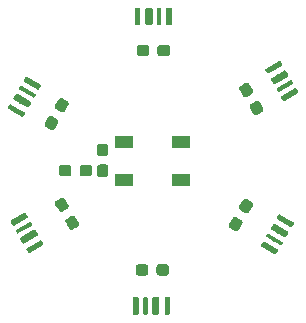
<source format=gbr>
G04 #@! TF.GenerationSoftware,KiCad,Pcbnew,(5.1.4-0-10_14)*
G04 #@! TF.CreationDate,2019-11-19T00:31:21+08:00*
G04 #@! TF.ProjectId,z2m_partner,7a326d5f-7061-4727-946e-65722e6b6963,rev?*
G04 #@! TF.SameCoordinates,Original*
G04 #@! TF.FileFunction,Paste,Bot*
G04 #@! TF.FilePolarity,Positive*
%FSLAX46Y46*%
G04 Gerber Fmt 4.6, Leading zero omitted, Abs format (unit mm)*
G04 Created by KiCad (PCBNEW (5.1.4-0-10_14)) date 2019-11-19 00:31:21*
%MOMM*%
%LPD*%
G04 APERTURE LIST*
%ADD10C,0.100000*%
%ADD11C,0.950000*%
%ADD12R,1.500000X1.000000*%
%ADD13C,0.500000*%
%ADD14C,0.350000*%
%ADD15C,0.600000*%
%ADD16C,0.450000*%
G04 APERTURE END LIST*
D10*
G36*
X179210779Y-103196144D02*
G01*
X179233834Y-103199563D01*
X179256443Y-103205227D01*
X179278387Y-103213079D01*
X179299457Y-103223044D01*
X179319448Y-103235026D01*
X179338168Y-103248910D01*
X179355438Y-103264562D01*
X179371090Y-103281832D01*
X179384974Y-103300552D01*
X179396956Y-103320543D01*
X179406921Y-103341613D01*
X179414773Y-103363557D01*
X179420437Y-103386166D01*
X179423856Y-103409221D01*
X179425000Y-103432500D01*
X179425000Y-103907500D01*
X179423856Y-103930779D01*
X179420437Y-103953834D01*
X179414773Y-103976443D01*
X179406921Y-103998387D01*
X179396956Y-104019457D01*
X179384974Y-104039448D01*
X179371090Y-104058168D01*
X179355438Y-104075438D01*
X179338168Y-104091090D01*
X179319448Y-104104974D01*
X179299457Y-104116956D01*
X179278387Y-104126921D01*
X179256443Y-104134773D01*
X179233834Y-104140437D01*
X179210779Y-104143856D01*
X179187500Y-104145000D01*
X178612500Y-104145000D01*
X178589221Y-104143856D01*
X178566166Y-104140437D01*
X178543557Y-104134773D01*
X178521613Y-104126921D01*
X178500543Y-104116956D01*
X178480552Y-104104974D01*
X178461832Y-104091090D01*
X178444562Y-104075438D01*
X178428910Y-104058168D01*
X178415026Y-104039448D01*
X178403044Y-104019457D01*
X178393079Y-103998387D01*
X178385227Y-103976443D01*
X178379563Y-103953834D01*
X178376144Y-103930779D01*
X178375000Y-103907500D01*
X178375000Y-103432500D01*
X178376144Y-103409221D01*
X178379563Y-103386166D01*
X178385227Y-103363557D01*
X178393079Y-103341613D01*
X178403044Y-103320543D01*
X178415026Y-103300552D01*
X178428910Y-103281832D01*
X178444562Y-103264562D01*
X178461832Y-103248910D01*
X178480552Y-103235026D01*
X178500543Y-103223044D01*
X178521613Y-103213079D01*
X178543557Y-103205227D01*
X178566166Y-103199563D01*
X178589221Y-103196144D01*
X178612500Y-103195000D01*
X179187500Y-103195000D01*
X179210779Y-103196144D01*
X179210779Y-103196144D01*
G37*
D11*
X178900000Y-103670000D03*
D10*
G36*
X177460779Y-103196144D02*
G01*
X177483834Y-103199563D01*
X177506443Y-103205227D01*
X177528387Y-103213079D01*
X177549457Y-103223044D01*
X177569448Y-103235026D01*
X177588168Y-103248910D01*
X177605438Y-103264562D01*
X177621090Y-103281832D01*
X177634974Y-103300552D01*
X177646956Y-103320543D01*
X177656921Y-103341613D01*
X177664773Y-103363557D01*
X177670437Y-103386166D01*
X177673856Y-103409221D01*
X177675000Y-103432500D01*
X177675000Y-103907500D01*
X177673856Y-103930779D01*
X177670437Y-103953834D01*
X177664773Y-103976443D01*
X177656921Y-103998387D01*
X177646956Y-104019457D01*
X177634974Y-104039448D01*
X177621090Y-104058168D01*
X177605438Y-104075438D01*
X177588168Y-104091090D01*
X177569448Y-104104974D01*
X177549457Y-104116956D01*
X177528387Y-104126921D01*
X177506443Y-104134773D01*
X177483834Y-104140437D01*
X177460779Y-104143856D01*
X177437500Y-104145000D01*
X176862500Y-104145000D01*
X176839221Y-104143856D01*
X176816166Y-104140437D01*
X176793557Y-104134773D01*
X176771613Y-104126921D01*
X176750543Y-104116956D01*
X176730552Y-104104974D01*
X176711832Y-104091090D01*
X176694562Y-104075438D01*
X176678910Y-104058168D01*
X176665026Y-104039448D01*
X176653044Y-104019457D01*
X176643079Y-103998387D01*
X176635227Y-103976443D01*
X176629563Y-103953834D01*
X176626144Y-103930779D01*
X176625000Y-103907500D01*
X176625000Y-103432500D01*
X176626144Y-103409221D01*
X176629563Y-103386166D01*
X176635227Y-103363557D01*
X176643079Y-103341613D01*
X176653044Y-103320543D01*
X176665026Y-103300552D01*
X176678910Y-103281832D01*
X176694562Y-103264562D01*
X176711832Y-103248910D01*
X176730552Y-103235026D01*
X176750543Y-103223044D01*
X176771613Y-103213079D01*
X176793557Y-103205227D01*
X176816166Y-103199563D01*
X176839221Y-103196144D01*
X176862500Y-103195000D01*
X177437500Y-103195000D01*
X177460779Y-103196144D01*
X177460779Y-103196144D01*
G37*
D11*
X177150000Y-103670000D03*
D12*
X182100000Y-104470000D03*
X182100000Y-101270000D03*
X187000000Y-104470000D03*
X187000000Y-101270000D03*
D10*
G36*
X180580779Y-101401144D02*
G01*
X180603834Y-101404563D01*
X180626443Y-101410227D01*
X180648387Y-101418079D01*
X180669457Y-101428044D01*
X180689448Y-101440026D01*
X180708168Y-101453910D01*
X180725438Y-101469562D01*
X180741090Y-101486832D01*
X180754974Y-101505552D01*
X180766956Y-101525543D01*
X180776921Y-101546613D01*
X180784773Y-101568557D01*
X180790437Y-101591166D01*
X180793856Y-101614221D01*
X180795000Y-101637500D01*
X180795000Y-102212500D01*
X180793856Y-102235779D01*
X180790437Y-102258834D01*
X180784773Y-102281443D01*
X180776921Y-102303387D01*
X180766956Y-102324457D01*
X180754974Y-102344448D01*
X180741090Y-102363168D01*
X180725438Y-102380438D01*
X180708168Y-102396090D01*
X180689448Y-102409974D01*
X180669457Y-102421956D01*
X180648387Y-102431921D01*
X180626443Y-102439773D01*
X180603834Y-102445437D01*
X180580779Y-102448856D01*
X180557500Y-102450000D01*
X180082500Y-102450000D01*
X180059221Y-102448856D01*
X180036166Y-102445437D01*
X180013557Y-102439773D01*
X179991613Y-102431921D01*
X179970543Y-102421956D01*
X179950552Y-102409974D01*
X179931832Y-102396090D01*
X179914562Y-102380438D01*
X179898910Y-102363168D01*
X179885026Y-102344448D01*
X179873044Y-102324457D01*
X179863079Y-102303387D01*
X179855227Y-102281443D01*
X179849563Y-102258834D01*
X179846144Y-102235779D01*
X179845000Y-102212500D01*
X179845000Y-101637500D01*
X179846144Y-101614221D01*
X179849563Y-101591166D01*
X179855227Y-101568557D01*
X179863079Y-101546613D01*
X179873044Y-101525543D01*
X179885026Y-101505552D01*
X179898910Y-101486832D01*
X179914562Y-101469562D01*
X179931832Y-101453910D01*
X179950552Y-101440026D01*
X179970543Y-101428044D01*
X179991613Y-101418079D01*
X180013557Y-101410227D01*
X180036166Y-101404563D01*
X180059221Y-101401144D01*
X180082500Y-101400000D01*
X180557500Y-101400000D01*
X180580779Y-101401144D01*
X180580779Y-101401144D01*
G37*
D11*
X180320000Y-101925000D03*
D10*
G36*
X180580779Y-103151144D02*
G01*
X180603834Y-103154563D01*
X180626443Y-103160227D01*
X180648387Y-103168079D01*
X180669457Y-103178044D01*
X180689448Y-103190026D01*
X180708168Y-103203910D01*
X180725438Y-103219562D01*
X180741090Y-103236832D01*
X180754974Y-103255552D01*
X180766956Y-103275543D01*
X180776921Y-103296613D01*
X180784773Y-103318557D01*
X180790437Y-103341166D01*
X180793856Y-103364221D01*
X180795000Y-103387500D01*
X180795000Y-103962500D01*
X180793856Y-103985779D01*
X180790437Y-104008834D01*
X180784773Y-104031443D01*
X180776921Y-104053387D01*
X180766956Y-104074457D01*
X180754974Y-104094448D01*
X180741090Y-104113168D01*
X180725438Y-104130438D01*
X180708168Y-104146090D01*
X180689448Y-104159974D01*
X180669457Y-104171956D01*
X180648387Y-104181921D01*
X180626443Y-104189773D01*
X180603834Y-104195437D01*
X180580779Y-104198856D01*
X180557500Y-104200000D01*
X180082500Y-104200000D01*
X180059221Y-104198856D01*
X180036166Y-104195437D01*
X180013557Y-104189773D01*
X179991613Y-104181921D01*
X179970543Y-104171956D01*
X179950552Y-104159974D01*
X179931832Y-104146090D01*
X179914562Y-104130438D01*
X179898910Y-104113168D01*
X179885026Y-104094448D01*
X179873044Y-104074457D01*
X179863079Y-104053387D01*
X179855227Y-104031443D01*
X179849563Y-104008834D01*
X179846144Y-103985779D01*
X179845000Y-103962500D01*
X179845000Y-103387500D01*
X179846144Y-103364221D01*
X179849563Y-103341166D01*
X179855227Y-103318557D01*
X179863079Y-103296613D01*
X179873044Y-103275543D01*
X179885026Y-103255552D01*
X179898910Y-103236832D01*
X179914562Y-103219562D01*
X179931832Y-103203910D01*
X179950552Y-103190026D01*
X179970543Y-103178044D01*
X179991613Y-103168079D01*
X180013557Y-103160227D01*
X180036166Y-103154563D01*
X180059221Y-103151144D01*
X180082500Y-103150000D01*
X180557500Y-103150000D01*
X180580779Y-103151144D01*
X180580779Y-103151144D01*
G37*
D11*
X180320000Y-103675000D03*
D10*
G36*
X184050779Y-93026144D02*
G01*
X184073834Y-93029563D01*
X184096443Y-93035227D01*
X184118387Y-93043079D01*
X184139457Y-93053044D01*
X184159448Y-93065026D01*
X184178168Y-93078910D01*
X184195438Y-93094562D01*
X184211090Y-93111832D01*
X184224974Y-93130552D01*
X184236956Y-93150543D01*
X184246921Y-93171613D01*
X184254773Y-93193557D01*
X184260437Y-93216166D01*
X184263856Y-93239221D01*
X184265000Y-93262500D01*
X184265000Y-93737500D01*
X184263856Y-93760779D01*
X184260437Y-93783834D01*
X184254773Y-93806443D01*
X184246921Y-93828387D01*
X184236956Y-93849457D01*
X184224974Y-93869448D01*
X184211090Y-93888168D01*
X184195438Y-93905438D01*
X184178168Y-93921090D01*
X184159448Y-93934974D01*
X184139457Y-93946956D01*
X184118387Y-93956921D01*
X184096443Y-93964773D01*
X184073834Y-93970437D01*
X184050779Y-93973856D01*
X184027500Y-93975000D01*
X183452500Y-93975000D01*
X183429221Y-93973856D01*
X183406166Y-93970437D01*
X183383557Y-93964773D01*
X183361613Y-93956921D01*
X183340543Y-93946956D01*
X183320552Y-93934974D01*
X183301832Y-93921090D01*
X183284562Y-93905438D01*
X183268910Y-93888168D01*
X183255026Y-93869448D01*
X183243044Y-93849457D01*
X183233079Y-93828387D01*
X183225227Y-93806443D01*
X183219563Y-93783834D01*
X183216144Y-93760779D01*
X183215000Y-93737500D01*
X183215000Y-93262500D01*
X183216144Y-93239221D01*
X183219563Y-93216166D01*
X183225227Y-93193557D01*
X183233079Y-93171613D01*
X183243044Y-93150543D01*
X183255026Y-93130552D01*
X183268910Y-93111832D01*
X183284562Y-93094562D01*
X183301832Y-93078910D01*
X183320552Y-93065026D01*
X183340543Y-93053044D01*
X183361613Y-93043079D01*
X183383557Y-93035227D01*
X183406166Y-93029563D01*
X183429221Y-93026144D01*
X183452500Y-93025000D01*
X184027500Y-93025000D01*
X184050779Y-93026144D01*
X184050779Y-93026144D01*
G37*
D11*
X183740000Y-93500000D03*
D10*
G36*
X185800779Y-93026144D02*
G01*
X185823834Y-93029563D01*
X185846443Y-93035227D01*
X185868387Y-93043079D01*
X185889457Y-93053044D01*
X185909448Y-93065026D01*
X185928168Y-93078910D01*
X185945438Y-93094562D01*
X185961090Y-93111832D01*
X185974974Y-93130552D01*
X185986956Y-93150543D01*
X185996921Y-93171613D01*
X186004773Y-93193557D01*
X186010437Y-93216166D01*
X186013856Y-93239221D01*
X186015000Y-93262500D01*
X186015000Y-93737500D01*
X186013856Y-93760779D01*
X186010437Y-93783834D01*
X186004773Y-93806443D01*
X185996921Y-93828387D01*
X185986956Y-93849457D01*
X185974974Y-93869448D01*
X185961090Y-93888168D01*
X185945438Y-93905438D01*
X185928168Y-93921090D01*
X185909448Y-93934974D01*
X185889457Y-93946956D01*
X185868387Y-93956921D01*
X185846443Y-93964773D01*
X185823834Y-93970437D01*
X185800779Y-93973856D01*
X185777500Y-93975000D01*
X185202500Y-93975000D01*
X185179221Y-93973856D01*
X185156166Y-93970437D01*
X185133557Y-93964773D01*
X185111613Y-93956921D01*
X185090543Y-93946956D01*
X185070552Y-93934974D01*
X185051832Y-93921090D01*
X185034562Y-93905438D01*
X185018910Y-93888168D01*
X185005026Y-93869448D01*
X184993044Y-93849457D01*
X184983079Y-93828387D01*
X184975227Y-93806443D01*
X184969563Y-93783834D01*
X184966144Y-93760779D01*
X184965000Y-93737500D01*
X184965000Y-93262500D01*
X184966144Y-93239221D01*
X184969563Y-93216166D01*
X184975227Y-93193557D01*
X184983079Y-93171613D01*
X184993044Y-93150543D01*
X185005026Y-93130552D01*
X185018910Y-93111832D01*
X185034562Y-93094562D01*
X185051832Y-93078910D01*
X185070552Y-93065026D01*
X185090543Y-93053044D01*
X185111613Y-93043079D01*
X185133557Y-93035227D01*
X185156166Y-93029563D01*
X185179221Y-93026144D01*
X185202500Y-93025000D01*
X185777500Y-93025000D01*
X185800779Y-93026144D01*
X185800779Y-93026144D01*
G37*
D11*
X185490000Y-93500000D03*
D10*
G36*
X177820964Y-107468049D02*
G01*
X177844119Y-107470712D01*
X177866901Y-107475633D01*
X177889090Y-107482762D01*
X177910475Y-107492033D01*
X177930847Y-107503354D01*
X177950012Y-107516619D01*
X177967784Y-107531697D01*
X177983993Y-107548445D01*
X177998482Y-107566702D01*
X178011112Y-107586290D01*
X178298612Y-108084254D01*
X178309261Y-108104986D01*
X178317827Y-108126662D01*
X178324227Y-108149073D01*
X178328399Y-108172004D01*
X178330304Y-108195233D01*
X178329923Y-108218537D01*
X178327259Y-108241692D01*
X178322338Y-108264473D01*
X178315209Y-108286663D01*
X178305938Y-108308047D01*
X178294617Y-108328420D01*
X178281352Y-108347585D01*
X178266274Y-108365357D01*
X178249526Y-108381566D01*
X178231270Y-108396055D01*
X178211681Y-108408685D01*
X177800319Y-108646185D01*
X177779587Y-108656834D01*
X177757911Y-108665400D01*
X177735500Y-108671800D01*
X177712569Y-108675972D01*
X177689340Y-108677877D01*
X177666036Y-108677495D01*
X177642881Y-108674832D01*
X177620099Y-108669911D01*
X177597910Y-108662782D01*
X177576525Y-108653511D01*
X177556153Y-108642190D01*
X177536988Y-108628925D01*
X177519216Y-108613847D01*
X177503007Y-108597099D01*
X177488518Y-108578842D01*
X177475888Y-108559254D01*
X177188388Y-108061290D01*
X177177739Y-108040558D01*
X177169173Y-108018882D01*
X177162773Y-107996471D01*
X177158601Y-107973540D01*
X177156696Y-107950311D01*
X177157077Y-107927007D01*
X177159741Y-107903852D01*
X177164662Y-107881071D01*
X177171791Y-107858881D01*
X177181062Y-107837497D01*
X177192383Y-107817124D01*
X177205648Y-107797959D01*
X177220726Y-107780187D01*
X177237474Y-107763978D01*
X177255730Y-107749489D01*
X177275319Y-107736859D01*
X177686681Y-107499359D01*
X177707413Y-107488710D01*
X177729089Y-107480144D01*
X177751500Y-107473744D01*
X177774431Y-107469572D01*
X177797660Y-107467667D01*
X177820964Y-107468049D01*
X177820964Y-107468049D01*
G37*
D11*
X177743500Y-108072772D03*
D10*
G36*
X176945964Y-105952505D02*
G01*
X176969119Y-105955168D01*
X176991901Y-105960089D01*
X177014090Y-105967218D01*
X177035475Y-105976489D01*
X177055847Y-105987810D01*
X177075012Y-106001075D01*
X177092784Y-106016153D01*
X177108993Y-106032901D01*
X177123482Y-106051158D01*
X177136112Y-106070746D01*
X177423612Y-106568710D01*
X177434261Y-106589442D01*
X177442827Y-106611118D01*
X177449227Y-106633529D01*
X177453399Y-106656460D01*
X177455304Y-106679689D01*
X177454923Y-106702993D01*
X177452259Y-106726148D01*
X177447338Y-106748929D01*
X177440209Y-106771119D01*
X177430938Y-106792503D01*
X177419617Y-106812876D01*
X177406352Y-106832041D01*
X177391274Y-106849813D01*
X177374526Y-106866022D01*
X177356270Y-106880511D01*
X177336681Y-106893141D01*
X176925319Y-107130641D01*
X176904587Y-107141290D01*
X176882911Y-107149856D01*
X176860500Y-107156256D01*
X176837569Y-107160428D01*
X176814340Y-107162333D01*
X176791036Y-107161951D01*
X176767881Y-107159288D01*
X176745099Y-107154367D01*
X176722910Y-107147238D01*
X176701525Y-107137967D01*
X176681153Y-107126646D01*
X176661988Y-107113381D01*
X176644216Y-107098303D01*
X176628007Y-107081555D01*
X176613518Y-107063298D01*
X176600888Y-107043710D01*
X176313388Y-106545746D01*
X176302739Y-106525014D01*
X176294173Y-106503338D01*
X176287773Y-106480927D01*
X176283601Y-106457996D01*
X176281696Y-106434767D01*
X176282077Y-106411463D01*
X176284741Y-106388308D01*
X176289662Y-106365527D01*
X176296791Y-106343337D01*
X176306062Y-106321953D01*
X176317383Y-106301580D01*
X176330648Y-106282415D01*
X176345726Y-106264643D01*
X176362474Y-106248434D01*
X176380730Y-106233945D01*
X176400319Y-106221315D01*
X176811681Y-105983815D01*
X176832413Y-105973166D01*
X176854089Y-105964600D01*
X176876500Y-105958200D01*
X176899431Y-105954028D01*
X176922660Y-105952123D01*
X176945964Y-105952505D01*
X176945964Y-105952505D01*
G37*
D11*
X176868500Y-106557228D03*
D10*
G36*
X192430569Y-106081028D02*
G01*
X192453500Y-106085200D01*
X192475911Y-106091600D01*
X192497587Y-106100166D01*
X192518319Y-106110815D01*
X192929681Y-106348315D01*
X192949269Y-106360945D01*
X192967526Y-106375434D01*
X192984274Y-106391643D01*
X192999352Y-106409415D01*
X193012617Y-106428580D01*
X193023938Y-106448952D01*
X193033209Y-106470337D01*
X193040338Y-106492526D01*
X193045259Y-106515308D01*
X193047922Y-106538463D01*
X193048304Y-106561767D01*
X193046399Y-106584996D01*
X193042227Y-106607927D01*
X193035827Y-106630338D01*
X193027261Y-106652014D01*
X193016612Y-106672746D01*
X192729112Y-107170710D01*
X192716482Y-107190299D01*
X192701993Y-107208555D01*
X192685784Y-107225303D01*
X192668012Y-107240381D01*
X192648847Y-107253646D01*
X192628474Y-107264967D01*
X192607090Y-107274238D01*
X192584900Y-107281367D01*
X192562119Y-107286288D01*
X192538964Y-107288952D01*
X192515660Y-107289333D01*
X192492431Y-107287428D01*
X192469500Y-107283256D01*
X192447089Y-107276856D01*
X192425413Y-107268290D01*
X192404681Y-107257641D01*
X191993319Y-107020141D01*
X191973731Y-107007511D01*
X191955474Y-106993022D01*
X191938726Y-106976813D01*
X191923648Y-106959041D01*
X191910383Y-106939876D01*
X191899062Y-106919504D01*
X191889791Y-106898119D01*
X191882662Y-106875930D01*
X191877741Y-106853148D01*
X191875078Y-106829993D01*
X191874696Y-106806689D01*
X191876601Y-106783460D01*
X191880773Y-106760529D01*
X191887173Y-106738118D01*
X191895739Y-106716442D01*
X191906388Y-106695710D01*
X192193888Y-106197746D01*
X192206518Y-106178157D01*
X192221007Y-106159901D01*
X192237216Y-106143153D01*
X192254988Y-106128075D01*
X192274153Y-106114810D01*
X192294526Y-106103489D01*
X192315910Y-106094218D01*
X192338100Y-106087089D01*
X192360881Y-106082168D01*
X192384036Y-106079504D01*
X192407340Y-106079123D01*
X192430569Y-106081028D01*
X192430569Y-106081028D01*
G37*
D11*
X192461500Y-106684228D03*
D10*
G36*
X191555569Y-107596572D02*
G01*
X191578500Y-107600744D01*
X191600911Y-107607144D01*
X191622587Y-107615710D01*
X191643319Y-107626359D01*
X192054681Y-107863859D01*
X192074269Y-107876489D01*
X192092526Y-107890978D01*
X192109274Y-107907187D01*
X192124352Y-107924959D01*
X192137617Y-107944124D01*
X192148938Y-107964496D01*
X192158209Y-107985881D01*
X192165338Y-108008070D01*
X192170259Y-108030852D01*
X192172922Y-108054007D01*
X192173304Y-108077311D01*
X192171399Y-108100540D01*
X192167227Y-108123471D01*
X192160827Y-108145882D01*
X192152261Y-108167558D01*
X192141612Y-108188290D01*
X191854112Y-108686254D01*
X191841482Y-108705843D01*
X191826993Y-108724099D01*
X191810784Y-108740847D01*
X191793012Y-108755925D01*
X191773847Y-108769190D01*
X191753474Y-108780511D01*
X191732090Y-108789782D01*
X191709900Y-108796911D01*
X191687119Y-108801832D01*
X191663964Y-108804496D01*
X191640660Y-108804877D01*
X191617431Y-108802972D01*
X191594500Y-108798800D01*
X191572089Y-108792400D01*
X191550413Y-108783834D01*
X191529681Y-108773185D01*
X191118319Y-108535685D01*
X191098731Y-108523055D01*
X191080474Y-108508566D01*
X191063726Y-108492357D01*
X191048648Y-108474585D01*
X191035383Y-108455420D01*
X191024062Y-108435048D01*
X191014791Y-108413663D01*
X191007662Y-108391474D01*
X191002741Y-108368692D01*
X191000078Y-108345537D01*
X190999696Y-108322233D01*
X191001601Y-108299004D01*
X191005773Y-108276073D01*
X191012173Y-108253662D01*
X191020739Y-108231986D01*
X191031388Y-108211254D01*
X191318888Y-107713290D01*
X191331518Y-107693701D01*
X191346007Y-107675445D01*
X191362216Y-107658697D01*
X191379988Y-107643619D01*
X191399153Y-107630354D01*
X191419526Y-107619033D01*
X191440910Y-107609762D01*
X191463100Y-107602633D01*
X191485881Y-107597712D01*
X191509036Y-107595048D01*
X191532340Y-107594667D01*
X191555569Y-107596572D01*
X191555569Y-107596572D01*
G37*
D11*
X191586500Y-108199772D03*
D10*
G36*
X186087252Y-89870602D02*
G01*
X186099386Y-89872402D01*
X186111286Y-89875382D01*
X186122835Y-89879515D01*
X186133925Y-89884760D01*
X186144446Y-89891066D01*
X186154299Y-89898374D01*
X186163388Y-89906612D01*
X186171626Y-89915701D01*
X186178934Y-89925554D01*
X186185240Y-89936075D01*
X186190485Y-89947165D01*
X186194618Y-89958714D01*
X186197598Y-89970614D01*
X186199398Y-89982748D01*
X186200000Y-89995000D01*
X186200000Y-91245000D01*
X186199398Y-91257252D01*
X186197598Y-91269386D01*
X186194618Y-91281286D01*
X186190485Y-91292835D01*
X186185240Y-91303925D01*
X186178934Y-91314446D01*
X186171626Y-91324299D01*
X186163388Y-91333388D01*
X186154299Y-91341626D01*
X186144446Y-91348934D01*
X186133925Y-91355240D01*
X186122835Y-91360485D01*
X186111286Y-91364618D01*
X186099386Y-91367598D01*
X186087252Y-91369398D01*
X186075000Y-91370000D01*
X185825000Y-91370000D01*
X185812748Y-91369398D01*
X185800614Y-91367598D01*
X185788714Y-91364618D01*
X185777165Y-91360485D01*
X185766075Y-91355240D01*
X185755554Y-91348934D01*
X185745701Y-91341626D01*
X185736612Y-91333388D01*
X185728374Y-91324299D01*
X185721066Y-91314446D01*
X185714760Y-91303925D01*
X185709515Y-91292835D01*
X185705382Y-91281286D01*
X185702402Y-91269386D01*
X185700602Y-91257252D01*
X185700000Y-91245000D01*
X185700000Y-89995000D01*
X185700602Y-89982748D01*
X185702402Y-89970614D01*
X185705382Y-89958714D01*
X185709515Y-89947165D01*
X185714760Y-89936075D01*
X185721066Y-89925554D01*
X185728374Y-89915701D01*
X185736612Y-89906612D01*
X185745701Y-89898374D01*
X185755554Y-89891066D01*
X185766075Y-89884760D01*
X185777165Y-89879515D01*
X185788714Y-89875382D01*
X185800614Y-89872402D01*
X185812748Y-89870602D01*
X185825000Y-89870000D01*
X186075000Y-89870000D01*
X186087252Y-89870602D01*
X186087252Y-89870602D01*
G37*
D13*
X185950000Y-90620000D03*
D10*
G36*
X185221076Y-89870421D02*
G01*
X185229570Y-89871681D01*
X185237900Y-89873768D01*
X185245985Y-89876661D01*
X185253747Y-89880332D01*
X185261112Y-89884746D01*
X185268009Y-89889862D01*
X185274372Y-89895628D01*
X185280138Y-89901991D01*
X185285254Y-89908888D01*
X185289668Y-89916253D01*
X185293339Y-89924015D01*
X185296232Y-89932100D01*
X185298319Y-89940430D01*
X185299579Y-89948924D01*
X185300000Y-89957500D01*
X185300000Y-91282500D01*
X185299579Y-91291076D01*
X185298319Y-91299570D01*
X185296232Y-91307900D01*
X185293339Y-91315985D01*
X185289668Y-91323747D01*
X185285254Y-91331112D01*
X185280138Y-91338009D01*
X185274372Y-91344372D01*
X185268009Y-91350138D01*
X185261112Y-91355254D01*
X185253747Y-91359668D01*
X185245985Y-91363339D01*
X185237900Y-91366232D01*
X185229570Y-91368319D01*
X185221076Y-91369579D01*
X185212500Y-91370000D01*
X185037500Y-91370000D01*
X185028924Y-91369579D01*
X185020430Y-91368319D01*
X185012100Y-91366232D01*
X185004015Y-91363339D01*
X184996253Y-91359668D01*
X184988888Y-91355254D01*
X184981991Y-91350138D01*
X184975628Y-91344372D01*
X184969862Y-91338009D01*
X184964746Y-91331112D01*
X184960332Y-91323747D01*
X184956661Y-91315985D01*
X184953768Y-91307900D01*
X184951681Y-91299570D01*
X184950421Y-91291076D01*
X184950000Y-91282500D01*
X184950000Y-89957500D01*
X184950421Y-89948924D01*
X184951681Y-89940430D01*
X184953768Y-89932100D01*
X184956661Y-89924015D01*
X184960332Y-89916253D01*
X184964746Y-89908888D01*
X184969862Y-89901991D01*
X184975628Y-89895628D01*
X184981991Y-89889862D01*
X184988888Y-89884746D01*
X184996253Y-89880332D01*
X185004015Y-89876661D01*
X185012100Y-89873768D01*
X185020430Y-89871681D01*
X185028924Y-89870421D01*
X185037500Y-89870000D01*
X185212500Y-89870000D01*
X185221076Y-89870421D01*
X185221076Y-89870421D01*
G37*
D14*
X185125000Y-90620000D03*
D10*
G36*
X184414703Y-89870722D02*
G01*
X184429264Y-89872882D01*
X184443543Y-89876459D01*
X184457403Y-89881418D01*
X184470710Y-89887712D01*
X184483336Y-89895280D01*
X184495159Y-89904048D01*
X184506066Y-89913934D01*
X184515952Y-89924841D01*
X184524720Y-89936664D01*
X184532288Y-89949290D01*
X184538582Y-89962597D01*
X184543541Y-89976457D01*
X184547118Y-89990736D01*
X184549278Y-90005297D01*
X184550000Y-90020000D01*
X184550000Y-91220000D01*
X184549278Y-91234703D01*
X184547118Y-91249264D01*
X184543541Y-91263543D01*
X184538582Y-91277403D01*
X184532288Y-91290710D01*
X184524720Y-91303336D01*
X184515952Y-91315159D01*
X184506066Y-91326066D01*
X184495159Y-91335952D01*
X184483336Y-91344720D01*
X184470710Y-91352288D01*
X184457403Y-91358582D01*
X184443543Y-91363541D01*
X184429264Y-91367118D01*
X184414703Y-91369278D01*
X184400000Y-91370000D01*
X184100000Y-91370000D01*
X184085297Y-91369278D01*
X184070736Y-91367118D01*
X184056457Y-91363541D01*
X184042597Y-91358582D01*
X184029290Y-91352288D01*
X184016664Y-91344720D01*
X184004841Y-91335952D01*
X183993934Y-91326066D01*
X183984048Y-91315159D01*
X183975280Y-91303336D01*
X183967712Y-91290710D01*
X183961418Y-91277403D01*
X183956459Y-91263543D01*
X183952882Y-91249264D01*
X183950722Y-91234703D01*
X183950000Y-91220000D01*
X183950000Y-90020000D01*
X183950722Y-90005297D01*
X183952882Y-89990736D01*
X183956459Y-89976457D01*
X183961418Y-89962597D01*
X183967712Y-89949290D01*
X183975280Y-89936664D01*
X183984048Y-89924841D01*
X183993934Y-89913934D01*
X184004841Y-89904048D01*
X184016664Y-89895280D01*
X184029290Y-89887712D01*
X184042597Y-89881418D01*
X184056457Y-89876459D01*
X184070736Y-89872882D01*
X184085297Y-89870722D01*
X184100000Y-89870000D01*
X184400000Y-89870000D01*
X184414703Y-89870722D01*
X184414703Y-89870722D01*
G37*
D15*
X184250000Y-90620000D03*
D10*
G36*
X183398527Y-89870542D02*
G01*
X183409448Y-89872162D01*
X183420157Y-89874844D01*
X183430552Y-89878564D01*
X183440532Y-89883284D01*
X183450002Y-89888960D01*
X183458869Y-89895536D01*
X183467050Y-89902950D01*
X183474464Y-89911131D01*
X183481040Y-89919998D01*
X183486716Y-89929468D01*
X183491436Y-89939448D01*
X183495156Y-89949843D01*
X183497838Y-89960552D01*
X183499458Y-89971473D01*
X183500000Y-89982500D01*
X183500000Y-91257500D01*
X183499458Y-91268527D01*
X183497838Y-91279448D01*
X183495156Y-91290157D01*
X183491436Y-91300552D01*
X183486716Y-91310532D01*
X183481040Y-91320002D01*
X183474464Y-91328869D01*
X183467050Y-91337050D01*
X183458869Y-91344464D01*
X183450002Y-91351040D01*
X183440532Y-91356716D01*
X183430552Y-91361436D01*
X183420157Y-91365156D01*
X183409448Y-91367838D01*
X183398527Y-91369458D01*
X183387500Y-91370000D01*
X183162500Y-91370000D01*
X183151473Y-91369458D01*
X183140552Y-91367838D01*
X183129843Y-91365156D01*
X183119448Y-91361436D01*
X183109468Y-91356716D01*
X183099998Y-91351040D01*
X183091131Y-91344464D01*
X183082950Y-91337050D01*
X183075536Y-91328869D01*
X183068960Y-91320002D01*
X183063284Y-91310532D01*
X183058564Y-91300552D01*
X183054844Y-91290157D01*
X183052162Y-91279448D01*
X183050542Y-91268527D01*
X183050000Y-91257500D01*
X183050000Y-89982500D01*
X183050542Y-89971473D01*
X183052162Y-89960552D01*
X183054844Y-89949843D01*
X183058564Y-89939448D01*
X183063284Y-89929468D01*
X183068960Y-89919998D01*
X183075536Y-89911131D01*
X183082950Y-89902950D01*
X183091131Y-89895536D01*
X183099998Y-89888960D01*
X183109468Y-89883284D01*
X183119448Y-89878564D01*
X183129843Y-89874844D01*
X183140552Y-89872162D01*
X183151473Y-89870542D01*
X183162500Y-89870000D01*
X183387500Y-89870000D01*
X183398527Y-89870542D01*
X183398527Y-89870542D01*
G37*
D16*
X183275000Y-90620000D03*
D10*
G36*
X193988031Y-109682752D02*
G01*
X194000100Y-109684948D01*
X194011895Y-109688317D01*
X194023303Y-109692825D01*
X194034215Y-109698430D01*
X195116747Y-110323430D01*
X195127057Y-110330077D01*
X195136665Y-110337703D01*
X195145480Y-110346234D01*
X195153416Y-110355588D01*
X195160397Y-110365675D01*
X195166356Y-110376397D01*
X195171235Y-110387652D01*
X195174988Y-110399331D01*
X195177577Y-110411321D01*
X195178979Y-110423508D01*
X195179180Y-110435773D01*
X195178178Y-110447999D01*
X195175982Y-110460068D01*
X195172613Y-110471863D01*
X195168105Y-110483271D01*
X195162500Y-110494183D01*
X195037500Y-110710689D01*
X195030853Y-110720999D01*
X195023227Y-110730607D01*
X195014696Y-110739422D01*
X195005342Y-110747358D01*
X194995255Y-110754339D01*
X194984533Y-110760298D01*
X194973278Y-110765177D01*
X194961599Y-110768930D01*
X194949609Y-110771519D01*
X194937422Y-110772921D01*
X194925157Y-110773122D01*
X194912931Y-110772120D01*
X194900862Y-110769924D01*
X194889067Y-110766555D01*
X194877659Y-110762047D01*
X194866747Y-110756442D01*
X193784215Y-110131442D01*
X193773905Y-110124795D01*
X193764297Y-110117169D01*
X193755482Y-110108638D01*
X193747546Y-110099284D01*
X193740565Y-110089197D01*
X193734606Y-110078475D01*
X193729727Y-110067220D01*
X193725974Y-110055541D01*
X193723385Y-110043551D01*
X193721983Y-110031364D01*
X193721782Y-110019099D01*
X193722784Y-110006873D01*
X193724980Y-109994804D01*
X193728349Y-109983009D01*
X193732857Y-109971601D01*
X193738462Y-109960689D01*
X193863462Y-109744183D01*
X193870109Y-109733873D01*
X193877735Y-109724265D01*
X193886266Y-109715450D01*
X193895620Y-109707514D01*
X193905707Y-109700533D01*
X193916429Y-109694574D01*
X193927684Y-109689695D01*
X193939363Y-109685942D01*
X193951353Y-109683353D01*
X193963540Y-109681951D01*
X193975805Y-109681750D01*
X193988031Y-109682752D01*
X193988031Y-109682752D01*
G37*
D13*
X194450481Y-110227436D03*
D10*
G36*
X194344410Y-109019187D02*
G01*
X194352858Y-109020724D01*
X194361115Y-109023082D01*
X194369101Y-109026237D01*
X194376739Y-109030161D01*
X195524223Y-109692661D01*
X195531440Y-109697314D01*
X195538166Y-109702652D01*
X195544336Y-109708624D01*
X195549891Y-109715171D01*
X195554778Y-109722232D01*
X195558949Y-109729738D01*
X195562365Y-109737616D01*
X195564992Y-109745791D01*
X195566804Y-109754185D01*
X195567786Y-109762715D01*
X195567926Y-109771301D01*
X195567224Y-109779859D01*
X195565687Y-109788307D01*
X195563329Y-109796564D01*
X195560174Y-109804550D01*
X195556250Y-109812188D01*
X195468750Y-109963742D01*
X195464097Y-109970959D01*
X195458759Y-109977685D01*
X195452787Y-109983855D01*
X195446240Y-109989410D01*
X195439179Y-109994297D01*
X195431673Y-109998468D01*
X195423795Y-110001884D01*
X195415620Y-110004511D01*
X195407226Y-110006323D01*
X195398696Y-110007305D01*
X195390110Y-110007445D01*
X195381552Y-110006743D01*
X195373104Y-110005206D01*
X195364847Y-110002848D01*
X195356861Y-109999693D01*
X195349223Y-109995769D01*
X194201739Y-109333269D01*
X194194522Y-109328616D01*
X194187796Y-109323278D01*
X194181626Y-109317306D01*
X194176071Y-109310759D01*
X194171184Y-109303698D01*
X194167013Y-109296192D01*
X194163597Y-109288314D01*
X194160970Y-109280139D01*
X194159158Y-109271745D01*
X194158176Y-109263215D01*
X194158036Y-109254629D01*
X194158738Y-109246071D01*
X194160275Y-109237623D01*
X194162633Y-109229366D01*
X194165788Y-109221380D01*
X194169712Y-109213742D01*
X194257212Y-109062188D01*
X194261865Y-109054971D01*
X194267203Y-109048245D01*
X194273175Y-109042075D01*
X194279722Y-109036520D01*
X194286783Y-109031633D01*
X194294289Y-109027462D01*
X194302167Y-109024046D01*
X194310342Y-109021419D01*
X194318736Y-109019607D01*
X194327266Y-109018625D01*
X194335852Y-109018485D01*
X194344410Y-109019187D01*
X194344410Y-109019187D01*
G37*
D14*
X194862981Y-109512965D03*
D10*
G36*
X194875445Y-108176571D02*
G01*
X194889927Y-108179206D01*
X194904082Y-108183248D01*
X194917772Y-108188658D01*
X194930866Y-108195384D01*
X195970096Y-108795384D01*
X195982468Y-108803361D01*
X195993998Y-108812512D01*
X196004576Y-108822749D01*
X196014099Y-108833974D01*
X196022476Y-108846078D01*
X196029627Y-108858945D01*
X196035482Y-108872451D01*
X196039985Y-108886465D01*
X196043093Y-108900854D01*
X196044775Y-108915478D01*
X196045016Y-108930196D01*
X196043813Y-108944867D01*
X196041178Y-108959349D01*
X196037136Y-108973504D01*
X196031726Y-108987194D01*
X196025000Y-109000288D01*
X195875000Y-109260096D01*
X195867023Y-109272468D01*
X195857872Y-109283998D01*
X195847635Y-109294576D01*
X195836410Y-109304099D01*
X195824306Y-109312476D01*
X195811439Y-109319627D01*
X195797934Y-109325482D01*
X195783919Y-109329985D01*
X195769530Y-109333092D01*
X195754907Y-109334775D01*
X195740188Y-109335016D01*
X195725517Y-109333813D01*
X195711035Y-109331178D01*
X195696880Y-109327136D01*
X195683190Y-109321726D01*
X195670096Y-109315000D01*
X194630866Y-108715000D01*
X194618494Y-108707023D01*
X194606964Y-108697872D01*
X194596386Y-108687635D01*
X194586863Y-108676410D01*
X194578486Y-108664306D01*
X194571335Y-108651439D01*
X194565480Y-108637933D01*
X194560977Y-108623919D01*
X194557869Y-108609530D01*
X194556187Y-108594906D01*
X194555946Y-108580188D01*
X194557149Y-108565517D01*
X194559784Y-108551035D01*
X194563826Y-108536880D01*
X194569236Y-108523190D01*
X194575962Y-108510096D01*
X194725962Y-108250288D01*
X194733939Y-108237916D01*
X194743090Y-108226386D01*
X194753327Y-108215808D01*
X194764552Y-108206285D01*
X194776656Y-108197908D01*
X194789523Y-108190757D01*
X194803028Y-108184902D01*
X194817043Y-108180399D01*
X194831432Y-108177292D01*
X194846055Y-108175609D01*
X194860774Y-108175368D01*
X194875445Y-108176571D01*
X194875445Y-108176571D01*
G37*
D15*
X195300481Y-108755192D03*
D10*
G36*
X195306824Y-107383102D02*
G01*
X195317686Y-107385079D01*
X195328302Y-107388110D01*
X195338569Y-107392168D01*
X195348390Y-107397212D01*
X196452572Y-108034712D01*
X196461851Y-108040695D01*
X196470498Y-108047558D01*
X196478432Y-108055236D01*
X196485574Y-108063654D01*
X196491857Y-108072732D01*
X196497220Y-108082383D01*
X196501611Y-108092512D01*
X196504989Y-108103023D01*
X196507319Y-108113814D01*
X196508581Y-108124782D01*
X196508762Y-108135821D01*
X196507860Y-108146824D01*
X196505883Y-108157686D01*
X196502852Y-108168302D01*
X196498794Y-108178570D01*
X196493750Y-108188390D01*
X196381250Y-108383246D01*
X196375267Y-108392525D01*
X196368404Y-108401172D01*
X196360726Y-108409106D01*
X196352308Y-108416248D01*
X196343230Y-108422531D01*
X196333580Y-108427894D01*
X196323450Y-108432285D01*
X196312939Y-108435663D01*
X196302148Y-108437993D01*
X196291180Y-108439255D01*
X196280141Y-108439436D01*
X196269138Y-108438534D01*
X196258276Y-108436557D01*
X196247660Y-108433526D01*
X196237393Y-108429468D01*
X196227572Y-108424424D01*
X195123390Y-107786924D01*
X195114111Y-107780941D01*
X195105464Y-107774078D01*
X195097530Y-107766400D01*
X195090388Y-107757982D01*
X195084105Y-107748904D01*
X195078742Y-107739253D01*
X195074351Y-107729124D01*
X195070973Y-107718613D01*
X195068643Y-107707822D01*
X195067381Y-107696854D01*
X195067200Y-107685815D01*
X195068102Y-107674812D01*
X195070079Y-107663950D01*
X195073110Y-107653334D01*
X195077168Y-107643066D01*
X195082212Y-107633246D01*
X195194712Y-107438390D01*
X195200695Y-107429111D01*
X195207558Y-107420464D01*
X195215236Y-107412530D01*
X195223654Y-107405388D01*
X195232732Y-107399105D01*
X195242382Y-107393742D01*
X195252512Y-107389351D01*
X195263023Y-107385973D01*
X195273814Y-107383643D01*
X195284782Y-107382381D01*
X195295821Y-107382200D01*
X195306824Y-107383102D01*
X195306824Y-107383102D01*
G37*
D16*
X195787981Y-107910818D03*
D10*
G36*
X173736460Y-107247079D02*
G01*
X173748647Y-107248481D01*
X173760637Y-107251070D01*
X173772316Y-107254823D01*
X173783571Y-107259702D01*
X173794293Y-107265661D01*
X173804380Y-107272642D01*
X173813734Y-107280578D01*
X173822265Y-107289393D01*
X173829891Y-107299001D01*
X173836538Y-107309311D01*
X173961538Y-107525817D01*
X173967143Y-107536729D01*
X173971651Y-107548137D01*
X173975020Y-107559932D01*
X173977216Y-107572001D01*
X173978218Y-107584227D01*
X173978017Y-107596492D01*
X173976615Y-107608679D01*
X173974026Y-107620669D01*
X173970273Y-107632348D01*
X173965394Y-107643603D01*
X173959435Y-107654325D01*
X173952454Y-107664412D01*
X173944518Y-107673766D01*
X173935703Y-107682297D01*
X173926095Y-107689923D01*
X173915785Y-107696570D01*
X172833253Y-108321570D01*
X172822341Y-108327175D01*
X172810933Y-108331683D01*
X172799138Y-108335052D01*
X172787069Y-108337248D01*
X172774843Y-108338250D01*
X172762578Y-108338049D01*
X172750391Y-108336647D01*
X172738401Y-108334058D01*
X172726722Y-108330305D01*
X172715467Y-108325426D01*
X172704745Y-108319467D01*
X172694658Y-108312486D01*
X172685304Y-108304550D01*
X172676773Y-108295735D01*
X172669147Y-108286127D01*
X172662500Y-108275817D01*
X172537500Y-108059311D01*
X172531895Y-108048399D01*
X172527387Y-108036991D01*
X172524018Y-108025196D01*
X172521822Y-108013127D01*
X172520820Y-108000901D01*
X172521021Y-107988636D01*
X172522423Y-107976449D01*
X172525012Y-107964459D01*
X172528765Y-107952780D01*
X172533644Y-107941525D01*
X172539603Y-107930803D01*
X172546584Y-107920716D01*
X172554520Y-107911362D01*
X172563335Y-107902831D01*
X172572943Y-107895205D01*
X172583253Y-107888558D01*
X173665785Y-107263558D01*
X173676697Y-107257953D01*
X173688105Y-107253445D01*
X173699900Y-107250076D01*
X173711969Y-107247880D01*
X173724195Y-107246878D01*
X173736460Y-107247079D01*
X173736460Y-107247079D01*
G37*
D13*
X173249519Y-107792564D03*
D10*
G36*
X174197734Y-108012695D02*
G01*
X174206264Y-108013677D01*
X174214658Y-108015489D01*
X174222833Y-108018116D01*
X174230711Y-108021532D01*
X174238217Y-108025703D01*
X174245278Y-108030590D01*
X174251825Y-108036145D01*
X174257797Y-108042315D01*
X174263135Y-108049041D01*
X174267788Y-108056258D01*
X174355288Y-108207812D01*
X174359212Y-108215450D01*
X174362367Y-108223436D01*
X174364725Y-108231693D01*
X174366262Y-108240141D01*
X174366964Y-108248699D01*
X174366824Y-108257285D01*
X174365842Y-108265815D01*
X174364030Y-108274209D01*
X174361403Y-108282384D01*
X174357987Y-108290262D01*
X174353816Y-108297768D01*
X174348929Y-108304829D01*
X174343374Y-108311376D01*
X174337204Y-108317348D01*
X174330478Y-108322686D01*
X174323261Y-108327339D01*
X173175777Y-108989839D01*
X173168139Y-108993763D01*
X173160153Y-108996918D01*
X173151896Y-108999276D01*
X173143448Y-109000813D01*
X173134890Y-109001515D01*
X173126304Y-109001375D01*
X173117774Y-109000393D01*
X173109380Y-108998581D01*
X173101205Y-108995954D01*
X173093327Y-108992538D01*
X173085821Y-108988367D01*
X173078760Y-108983480D01*
X173072213Y-108977925D01*
X173066241Y-108971755D01*
X173060903Y-108965029D01*
X173056250Y-108957812D01*
X172968750Y-108806258D01*
X172964826Y-108798620D01*
X172961671Y-108790634D01*
X172959313Y-108782377D01*
X172957776Y-108773929D01*
X172957074Y-108765371D01*
X172957214Y-108756785D01*
X172958196Y-108748255D01*
X172960008Y-108739861D01*
X172962635Y-108731686D01*
X172966051Y-108723808D01*
X172970222Y-108716302D01*
X172975109Y-108709241D01*
X172980664Y-108702694D01*
X172986834Y-108696722D01*
X172993560Y-108691384D01*
X173000777Y-108686731D01*
X174148261Y-108024231D01*
X174155899Y-108020307D01*
X174163885Y-108017152D01*
X174172142Y-108014794D01*
X174180590Y-108013257D01*
X174189148Y-108012555D01*
X174197734Y-108012695D01*
X174197734Y-108012695D01*
G37*
D14*
X173662019Y-108507035D03*
D10*
G36*
X174553944Y-108685225D02*
G01*
X174568568Y-108686907D01*
X174582957Y-108690015D01*
X174596971Y-108694518D01*
X174610477Y-108700373D01*
X174623344Y-108707524D01*
X174635448Y-108715901D01*
X174646673Y-108725424D01*
X174656910Y-108736002D01*
X174666061Y-108747532D01*
X174674038Y-108759904D01*
X174824038Y-109019712D01*
X174830764Y-109032806D01*
X174836174Y-109046496D01*
X174840216Y-109060651D01*
X174842851Y-109075133D01*
X174844054Y-109089804D01*
X174843813Y-109104523D01*
X174842130Y-109119146D01*
X174839023Y-109133535D01*
X174834520Y-109147550D01*
X174828665Y-109161055D01*
X174821514Y-109173922D01*
X174813137Y-109186026D01*
X174803614Y-109197251D01*
X174793036Y-109207488D01*
X174781506Y-109216639D01*
X174769134Y-109224616D01*
X173729904Y-109824616D01*
X173716810Y-109831342D01*
X173703120Y-109836752D01*
X173688965Y-109840794D01*
X173674483Y-109843429D01*
X173659812Y-109844632D01*
X173645094Y-109844391D01*
X173630470Y-109842709D01*
X173616081Y-109839601D01*
X173602067Y-109835098D01*
X173588561Y-109829243D01*
X173575694Y-109822092D01*
X173563590Y-109813715D01*
X173552365Y-109804192D01*
X173542128Y-109793614D01*
X173532977Y-109782084D01*
X173525000Y-109769712D01*
X173375000Y-109509904D01*
X173368274Y-109496810D01*
X173362864Y-109483120D01*
X173358822Y-109468965D01*
X173356187Y-109454483D01*
X173354984Y-109439812D01*
X173355225Y-109425093D01*
X173356908Y-109410470D01*
X173360015Y-109396081D01*
X173364518Y-109382066D01*
X173370373Y-109368561D01*
X173377524Y-109355694D01*
X173385901Y-109343590D01*
X173395424Y-109332365D01*
X173406002Y-109322128D01*
X173417532Y-109312977D01*
X173429904Y-109305000D01*
X174469134Y-108705000D01*
X174482228Y-108698274D01*
X174495918Y-108692864D01*
X174510073Y-108688822D01*
X174524555Y-108686187D01*
X174539226Y-108684984D01*
X174553944Y-108685225D01*
X174553944Y-108685225D01*
G37*
D15*
X174099519Y-109264808D03*
D10*
G36*
X175090218Y-109580745D02*
G01*
X175101186Y-109582007D01*
X175111977Y-109584337D01*
X175122488Y-109587715D01*
X175132617Y-109592106D01*
X175142268Y-109597469D01*
X175151346Y-109603752D01*
X175159764Y-109610894D01*
X175167442Y-109618828D01*
X175174305Y-109627475D01*
X175180288Y-109636754D01*
X175292788Y-109831610D01*
X175297832Y-109841431D01*
X175301890Y-109851698D01*
X175304921Y-109862314D01*
X175306898Y-109873176D01*
X175307800Y-109884179D01*
X175307619Y-109895218D01*
X175306357Y-109906186D01*
X175304027Y-109916977D01*
X175300649Y-109927488D01*
X175296258Y-109937618D01*
X175290895Y-109947268D01*
X175284612Y-109956346D01*
X175277470Y-109964764D01*
X175269536Y-109972442D01*
X175260889Y-109979305D01*
X175251610Y-109985288D01*
X174147428Y-110622788D01*
X174137608Y-110627832D01*
X174127340Y-110631890D01*
X174116724Y-110634921D01*
X174105862Y-110636898D01*
X174094859Y-110637800D01*
X174083820Y-110637619D01*
X174072852Y-110636357D01*
X174062061Y-110634027D01*
X174051550Y-110630649D01*
X174041421Y-110626258D01*
X174031770Y-110620895D01*
X174022692Y-110614612D01*
X174014274Y-110607470D01*
X174006596Y-110599536D01*
X173999733Y-110590889D01*
X173993750Y-110581610D01*
X173881250Y-110386754D01*
X173876206Y-110376933D01*
X173872148Y-110366666D01*
X173869117Y-110356050D01*
X173867140Y-110345188D01*
X173866238Y-110334185D01*
X173866419Y-110323146D01*
X173867681Y-110312178D01*
X173870011Y-110301387D01*
X173873389Y-110290876D01*
X173877780Y-110280746D01*
X173883143Y-110271096D01*
X173889426Y-110262018D01*
X173896568Y-110253600D01*
X173904502Y-110245922D01*
X173913149Y-110239059D01*
X173922428Y-110233076D01*
X175026610Y-109595576D01*
X175036430Y-109590532D01*
X175046698Y-109586474D01*
X175057314Y-109583443D01*
X175068176Y-109581466D01*
X175079179Y-109580564D01*
X175090218Y-109580745D01*
X175090218Y-109580745D01*
G37*
D16*
X174587019Y-110109182D03*
D10*
G36*
X193424964Y-97753049D02*
G01*
X193448119Y-97755712D01*
X193470901Y-97760633D01*
X193493090Y-97767762D01*
X193514475Y-97777033D01*
X193534847Y-97788354D01*
X193554012Y-97801619D01*
X193571784Y-97816697D01*
X193587993Y-97833445D01*
X193602482Y-97851702D01*
X193615112Y-97871290D01*
X193902612Y-98369254D01*
X193913261Y-98389986D01*
X193921827Y-98411662D01*
X193928227Y-98434073D01*
X193932399Y-98457004D01*
X193934304Y-98480233D01*
X193933923Y-98503537D01*
X193931259Y-98526692D01*
X193926338Y-98549473D01*
X193919209Y-98571663D01*
X193909938Y-98593047D01*
X193898617Y-98613420D01*
X193885352Y-98632585D01*
X193870274Y-98650357D01*
X193853526Y-98666566D01*
X193835270Y-98681055D01*
X193815681Y-98693685D01*
X193404319Y-98931185D01*
X193383587Y-98941834D01*
X193361911Y-98950400D01*
X193339500Y-98956800D01*
X193316569Y-98960972D01*
X193293340Y-98962877D01*
X193270036Y-98962495D01*
X193246881Y-98959832D01*
X193224099Y-98954911D01*
X193201910Y-98947782D01*
X193180525Y-98938511D01*
X193160153Y-98927190D01*
X193140988Y-98913925D01*
X193123216Y-98898847D01*
X193107007Y-98882099D01*
X193092518Y-98863842D01*
X193079888Y-98844254D01*
X192792388Y-98346290D01*
X192781739Y-98325558D01*
X192773173Y-98303882D01*
X192766773Y-98281471D01*
X192762601Y-98258540D01*
X192760696Y-98235311D01*
X192761077Y-98212007D01*
X192763741Y-98188852D01*
X192768662Y-98166071D01*
X192775791Y-98143881D01*
X192785062Y-98122497D01*
X192796383Y-98102124D01*
X192809648Y-98082959D01*
X192824726Y-98065187D01*
X192841474Y-98048978D01*
X192859730Y-98034489D01*
X192879319Y-98021859D01*
X193290681Y-97784359D01*
X193311413Y-97773710D01*
X193333089Y-97765144D01*
X193355500Y-97758744D01*
X193378431Y-97754572D01*
X193401660Y-97752667D01*
X193424964Y-97753049D01*
X193424964Y-97753049D01*
G37*
D11*
X193347500Y-98357772D03*
D10*
G36*
X192549964Y-96237505D02*
G01*
X192573119Y-96240168D01*
X192595901Y-96245089D01*
X192618090Y-96252218D01*
X192639475Y-96261489D01*
X192659847Y-96272810D01*
X192679012Y-96286075D01*
X192696784Y-96301153D01*
X192712993Y-96317901D01*
X192727482Y-96336158D01*
X192740112Y-96355746D01*
X193027612Y-96853710D01*
X193038261Y-96874442D01*
X193046827Y-96896118D01*
X193053227Y-96918529D01*
X193057399Y-96941460D01*
X193059304Y-96964689D01*
X193058923Y-96987993D01*
X193056259Y-97011148D01*
X193051338Y-97033929D01*
X193044209Y-97056119D01*
X193034938Y-97077503D01*
X193023617Y-97097876D01*
X193010352Y-97117041D01*
X192995274Y-97134813D01*
X192978526Y-97151022D01*
X192960270Y-97165511D01*
X192940681Y-97178141D01*
X192529319Y-97415641D01*
X192508587Y-97426290D01*
X192486911Y-97434856D01*
X192464500Y-97441256D01*
X192441569Y-97445428D01*
X192418340Y-97447333D01*
X192395036Y-97446951D01*
X192371881Y-97444288D01*
X192349099Y-97439367D01*
X192326910Y-97432238D01*
X192305525Y-97422967D01*
X192285153Y-97411646D01*
X192265988Y-97398381D01*
X192248216Y-97383303D01*
X192232007Y-97366555D01*
X192217518Y-97348298D01*
X192204888Y-97328710D01*
X191917388Y-96830746D01*
X191906739Y-96810014D01*
X191898173Y-96788338D01*
X191891773Y-96765927D01*
X191887601Y-96742996D01*
X191885696Y-96719767D01*
X191886077Y-96696463D01*
X191888741Y-96673308D01*
X191893662Y-96650527D01*
X191900791Y-96628337D01*
X191910062Y-96606953D01*
X191921383Y-96586580D01*
X191934648Y-96567415D01*
X191949726Y-96549643D01*
X191966474Y-96533434D01*
X191984730Y-96518945D01*
X192004319Y-96506315D01*
X192415681Y-96268815D01*
X192436413Y-96258166D01*
X192458089Y-96249600D01*
X192480500Y-96243200D01*
X192503431Y-96239028D01*
X192526660Y-96237123D01*
X192549964Y-96237505D01*
X192549964Y-96237505D01*
G37*
D11*
X192472500Y-96842228D03*
D10*
G36*
X185715779Y-111606144D02*
G01*
X185738834Y-111609563D01*
X185761443Y-111615227D01*
X185783387Y-111623079D01*
X185804457Y-111633044D01*
X185824448Y-111645026D01*
X185843168Y-111658910D01*
X185860438Y-111674562D01*
X185876090Y-111691832D01*
X185889974Y-111710552D01*
X185901956Y-111730543D01*
X185911921Y-111751613D01*
X185919773Y-111773557D01*
X185925437Y-111796166D01*
X185928856Y-111819221D01*
X185930000Y-111842500D01*
X185930000Y-112317500D01*
X185928856Y-112340779D01*
X185925437Y-112363834D01*
X185919773Y-112386443D01*
X185911921Y-112408387D01*
X185901956Y-112429457D01*
X185889974Y-112449448D01*
X185876090Y-112468168D01*
X185860438Y-112485438D01*
X185843168Y-112501090D01*
X185824448Y-112514974D01*
X185804457Y-112526956D01*
X185783387Y-112536921D01*
X185761443Y-112544773D01*
X185738834Y-112550437D01*
X185715779Y-112553856D01*
X185692500Y-112555000D01*
X185117500Y-112555000D01*
X185094221Y-112553856D01*
X185071166Y-112550437D01*
X185048557Y-112544773D01*
X185026613Y-112536921D01*
X185005543Y-112526956D01*
X184985552Y-112514974D01*
X184966832Y-112501090D01*
X184949562Y-112485438D01*
X184933910Y-112468168D01*
X184920026Y-112449448D01*
X184908044Y-112429457D01*
X184898079Y-112408387D01*
X184890227Y-112386443D01*
X184884563Y-112363834D01*
X184881144Y-112340779D01*
X184880000Y-112317500D01*
X184880000Y-111842500D01*
X184881144Y-111819221D01*
X184884563Y-111796166D01*
X184890227Y-111773557D01*
X184898079Y-111751613D01*
X184908044Y-111730543D01*
X184920026Y-111710552D01*
X184933910Y-111691832D01*
X184949562Y-111674562D01*
X184966832Y-111658910D01*
X184985552Y-111645026D01*
X185005543Y-111633044D01*
X185026613Y-111623079D01*
X185048557Y-111615227D01*
X185071166Y-111609563D01*
X185094221Y-111606144D01*
X185117500Y-111605000D01*
X185692500Y-111605000D01*
X185715779Y-111606144D01*
X185715779Y-111606144D01*
G37*
D11*
X185405000Y-112080000D03*
D10*
G36*
X183965779Y-111606144D02*
G01*
X183988834Y-111609563D01*
X184011443Y-111615227D01*
X184033387Y-111623079D01*
X184054457Y-111633044D01*
X184074448Y-111645026D01*
X184093168Y-111658910D01*
X184110438Y-111674562D01*
X184126090Y-111691832D01*
X184139974Y-111710552D01*
X184151956Y-111730543D01*
X184161921Y-111751613D01*
X184169773Y-111773557D01*
X184175437Y-111796166D01*
X184178856Y-111819221D01*
X184180000Y-111842500D01*
X184180000Y-112317500D01*
X184178856Y-112340779D01*
X184175437Y-112363834D01*
X184169773Y-112386443D01*
X184161921Y-112408387D01*
X184151956Y-112429457D01*
X184139974Y-112449448D01*
X184126090Y-112468168D01*
X184110438Y-112485438D01*
X184093168Y-112501090D01*
X184074448Y-112514974D01*
X184054457Y-112526956D01*
X184033387Y-112536921D01*
X184011443Y-112544773D01*
X183988834Y-112550437D01*
X183965779Y-112553856D01*
X183942500Y-112555000D01*
X183367500Y-112555000D01*
X183344221Y-112553856D01*
X183321166Y-112550437D01*
X183298557Y-112544773D01*
X183276613Y-112536921D01*
X183255543Y-112526956D01*
X183235552Y-112514974D01*
X183216832Y-112501090D01*
X183199562Y-112485438D01*
X183183910Y-112468168D01*
X183170026Y-112449448D01*
X183158044Y-112429457D01*
X183148079Y-112408387D01*
X183140227Y-112386443D01*
X183134563Y-112363834D01*
X183131144Y-112340779D01*
X183130000Y-112317500D01*
X183130000Y-111842500D01*
X183131144Y-111819221D01*
X183134563Y-111796166D01*
X183140227Y-111773557D01*
X183148079Y-111751613D01*
X183158044Y-111730543D01*
X183170026Y-111710552D01*
X183183910Y-111691832D01*
X183199562Y-111674562D01*
X183216832Y-111658910D01*
X183235552Y-111645026D01*
X183255543Y-111633044D01*
X183276613Y-111623079D01*
X183298557Y-111615227D01*
X183321166Y-111609563D01*
X183344221Y-111606144D01*
X183367500Y-111605000D01*
X183942500Y-111605000D01*
X183965779Y-111606144D01*
X183965779Y-111606144D01*
G37*
D11*
X183655000Y-112080000D03*
D10*
G36*
X176836569Y-97529028D02*
G01*
X176859500Y-97533200D01*
X176881911Y-97539600D01*
X176903587Y-97548166D01*
X176924319Y-97558815D01*
X177335681Y-97796315D01*
X177355269Y-97808945D01*
X177373526Y-97823434D01*
X177390274Y-97839643D01*
X177405352Y-97857415D01*
X177418617Y-97876580D01*
X177429938Y-97896952D01*
X177439209Y-97918337D01*
X177446338Y-97940526D01*
X177451259Y-97963308D01*
X177453922Y-97986463D01*
X177454304Y-98009767D01*
X177452399Y-98032996D01*
X177448227Y-98055927D01*
X177441827Y-98078338D01*
X177433261Y-98100014D01*
X177422612Y-98120746D01*
X177135112Y-98618710D01*
X177122482Y-98638299D01*
X177107993Y-98656555D01*
X177091784Y-98673303D01*
X177074012Y-98688381D01*
X177054847Y-98701646D01*
X177034474Y-98712967D01*
X177013090Y-98722238D01*
X176990900Y-98729367D01*
X176968119Y-98734288D01*
X176944964Y-98736952D01*
X176921660Y-98737333D01*
X176898431Y-98735428D01*
X176875500Y-98731256D01*
X176853089Y-98724856D01*
X176831413Y-98716290D01*
X176810681Y-98705641D01*
X176399319Y-98468141D01*
X176379731Y-98455511D01*
X176361474Y-98441022D01*
X176344726Y-98424813D01*
X176329648Y-98407041D01*
X176316383Y-98387876D01*
X176305062Y-98367504D01*
X176295791Y-98346119D01*
X176288662Y-98323930D01*
X176283741Y-98301148D01*
X176281078Y-98277993D01*
X176280696Y-98254689D01*
X176282601Y-98231460D01*
X176286773Y-98208529D01*
X176293173Y-98186118D01*
X176301739Y-98164442D01*
X176312388Y-98143710D01*
X176599888Y-97645746D01*
X176612518Y-97626157D01*
X176627007Y-97607901D01*
X176643216Y-97591153D01*
X176660988Y-97576075D01*
X176680153Y-97562810D01*
X176700526Y-97551489D01*
X176721910Y-97542218D01*
X176744100Y-97535089D01*
X176766881Y-97530168D01*
X176790036Y-97527504D01*
X176813340Y-97527123D01*
X176836569Y-97529028D01*
X176836569Y-97529028D01*
G37*
D11*
X176867500Y-98132228D03*
D10*
G36*
X175961569Y-99044572D02*
G01*
X175984500Y-99048744D01*
X176006911Y-99055144D01*
X176028587Y-99063710D01*
X176049319Y-99074359D01*
X176460681Y-99311859D01*
X176480269Y-99324489D01*
X176498526Y-99338978D01*
X176515274Y-99355187D01*
X176530352Y-99372959D01*
X176543617Y-99392124D01*
X176554938Y-99412496D01*
X176564209Y-99433881D01*
X176571338Y-99456070D01*
X176576259Y-99478852D01*
X176578922Y-99502007D01*
X176579304Y-99525311D01*
X176577399Y-99548540D01*
X176573227Y-99571471D01*
X176566827Y-99593882D01*
X176558261Y-99615558D01*
X176547612Y-99636290D01*
X176260112Y-100134254D01*
X176247482Y-100153843D01*
X176232993Y-100172099D01*
X176216784Y-100188847D01*
X176199012Y-100203925D01*
X176179847Y-100217190D01*
X176159474Y-100228511D01*
X176138090Y-100237782D01*
X176115900Y-100244911D01*
X176093119Y-100249832D01*
X176069964Y-100252496D01*
X176046660Y-100252877D01*
X176023431Y-100250972D01*
X176000500Y-100246800D01*
X175978089Y-100240400D01*
X175956413Y-100231834D01*
X175935681Y-100221185D01*
X175524319Y-99983685D01*
X175504731Y-99971055D01*
X175486474Y-99956566D01*
X175469726Y-99940357D01*
X175454648Y-99922585D01*
X175441383Y-99903420D01*
X175430062Y-99883048D01*
X175420791Y-99861663D01*
X175413662Y-99839474D01*
X175408741Y-99816692D01*
X175406078Y-99793537D01*
X175405696Y-99770233D01*
X175407601Y-99747004D01*
X175411773Y-99724073D01*
X175418173Y-99701662D01*
X175426739Y-99679986D01*
X175437388Y-99659254D01*
X175724888Y-99161290D01*
X175737518Y-99141701D01*
X175752007Y-99123445D01*
X175768216Y-99106697D01*
X175785988Y-99091619D01*
X175805153Y-99078354D01*
X175825526Y-99067033D01*
X175846910Y-99057762D01*
X175869100Y-99050633D01*
X175891881Y-99045712D01*
X175915036Y-99043048D01*
X175938340Y-99042667D01*
X175961569Y-99044572D01*
X175961569Y-99044572D01*
G37*
D11*
X175992500Y-99647772D03*
D10*
G36*
X172540862Y-98061466D02*
G01*
X172551724Y-98063443D01*
X172562340Y-98066474D01*
X172572607Y-98070532D01*
X172582428Y-98075576D01*
X173686610Y-98713076D01*
X173695889Y-98719059D01*
X173704536Y-98725922D01*
X173712470Y-98733600D01*
X173719612Y-98742018D01*
X173725895Y-98751096D01*
X173731258Y-98760747D01*
X173735649Y-98770876D01*
X173739027Y-98781387D01*
X173741357Y-98792178D01*
X173742619Y-98803146D01*
X173742800Y-98814185D01*
X173741898Y-98825188D01*
X173739921Y-98836050D01*
X173736890Y-98846666D01*
X173732832Y-98856934D01*
X173727788Y-98866754D01*
X173615288Y-99061610D01*
X173609305Y-99070889D01*
X173602442Y-99079536D01*
X173594764Y-99087470D01*
X173586346Y-99094612D01*
X173577268Y-99100895D01*
X173567618Y-99106258D01*
X173557488Y-99110649D01*
X173546977Y-99114027D01*
X173536186Y-99116357D01*
X173525218Y-99117619D01*
X173514179Y-99117800D01*
X173503176Y-99116898D01*
X173492314Y-99114921D01*
X173481698Y-99111890D01*
X173471431Y-99107832D01*
X173461610Y-99102788D01*
X172357428Y-98465288D01*
X172348149Y-98459305D01*
X172339502Y-98452442D01*
X172331568Y-98444764D01*
X172324426Y-98436346D01*
X172318143Y-98427268D01*
X172312780Y-98417617D01*
X172308389Y-98407488D01*
X172305011Y-98396977D01*
X172302681Y-98386186D01*
X172301419Y-98375218D01*
X172301238Y-98364179D01*
X172302140Y-98353176D01*
X172304117Y-98342314D01*
X172307148Y-98331698D01*
X172311206Y-98321430D01*
X172316250Y-98311610D01*
X172428750Y-98116754D01*
X172434733Y-98107475D01*
X172441596Y-98098828D01*
X172449274Y-98090894D01*
X172457692Y-98083752D01*
X172466770Y-98077469D01*
X172476420Y-98072106D01*
X172486550Y-98067715D01*
X172497061Y-98064337D01*
X172507852Y-98062007D01*
X172518820Y-98060745D01*
X172529859Y-98060564D01*
X172540862Y-98061466D01*
X172540862Y-98061466D01*
G37*
D16*
X173022019Y-98589182D03*
D10*
G36*
X173084483Y-97166187D02*
G01*
X173098965Y-97168822D01*
X173113120Y-97172864D01*
X173126810Y-97178274D01*
X173139904Y-97185000D01*
X174179134Y-97785000D01*
X174191506Y-97792977D01*
X174203036Y-97802128D01*
X174213614Y-97812365D01*
X174223137Y-97823590D01*
X174231514Y-97835694D01*
X174238665Y-97848561D01*
X174244520Y-97862067D01*
X174249023Y-97876081D01*
X174252131Y-97890470D01*
X174253813Y-97905094D01*
X174254054Y-97919812D01*
X174252851Y-97934483D01*
X174250216Y-97948965D01*
X174246174Y-97963120D01*
X174240764Y-97976810D01*
X174234038Y-97989904D01*
X174084038Y-98249712D01*
X174076061Y-98262084D01*
X174066910Y-98273614D01*
X174056673Y-98284192D01*
X174045448Y-98293715D01*
X174033344Y-98302092D01*
X174020477Y-98309243D01*
X174006972Y-98315098D01*
X173992957Y-98319601D01*
X173978568Y-98322708D01*
X173963945Y-98324391D01*
X173949226Y-98324632D01*
X173934555Y-98323429D01*
X173920073Y-98320794D01*
X173905918Y-98316752D01*
X173892228Y-98311342D01*
X173879134Y-98304616D01*
X172839904Y-97704616D01*
X172827532Y-97696639D01*
X172816002Y-97687488D01*
X172805424Y-97677251D01*
X172795901Y-97666026D01*
X172787524Y-97653922D01*
X172780373Y-97641055D01*
X172774518Y-97627549D01*
X172770015Y-97613535D01*
X172766907Y-97599146D01*
X172765225Y-97584522D01*
X172764984Y-97569804D01*
X172766187Y-97555133D01*
X172768822Y-97540651D01*
X172772864Y-97526496D01*
X172778274Y-97512806D01*
X172785000Y-97499712D01*
X172935000Y-97239904D01*
X172942977Y-97227532D01*
X172952128Y-97216002D01*
X172962365Y-97205424D01*
X172973590Y-97195901D01*
X172985694Y-97187524D01*
X172998561Y-97180373D01*
X173012066Y-97174518D01*
X173026081Y-97170015D01*
X173040470Y-97166908D01*
X173055093Y-97165225D01*
X173069812Y-97164984D01*
X173084483Y-97166187D01*
X173084483Y-97166187D01*
G37*
D15*
X173509519Y-97744808D03*
D10*
G36*
X173428448Y-96493257D02*
G01*
X173436896Y-96494794D01*
X173445153Y-96497152D01*
X173453139Y-96500307D01*
X173460777Y-96504231D01*
X174608261Y-97166731D01*
X174615478Y-97171384D01*
X174622204Y-97176722D01*
X174628374Y-97182694D01*
X174633929Y-97189241D01*
X174638816Y-97196302D01*
X174642987Y-97203808D01*
X174646403Y-97211686D01*
X174649030Y-97219861D01*
X174650842Y-97228255D01*
X174651824Y-97236785D01*
X174651964Y-97245371D01*
X174651262Y-97253929D01*
X174649725Y-97262377D01*
X174647367Y-97270634D01*
X174644212Y-97278620D01*
X174640288Y-97286258D01*
X174552788Y-97437812D01*
X174548135Y-97445029D01*
X174542797Y-97451755D01*
X174536825Y-97457925D01*
X174530278Y-97463480D01*
X174523217Y-97468367D01*
X174515711Y-97472538D01*
X174507833Y-97475954D01*
X174499658Y-97478581D01*
X174491264Y-97480393D01*
X174482734Y-97481375D01*
X174474148Y-97481515D01*
X174465590Y-97480813D01*
X174457142Y-97479276D01*
X174448885Y-97476918D01*
X174440899Y-97473763D01*
X174433261Y-97469839D01*
X173285777Y-96807339D01*
X173278560Y-96802686D01*
X173271834Y-96797348D01*
X173265664Y-96791376D01*
X173260109Y-96784829D01*
X173255222Y-96777768D01*
X173251051Y-96770262D01*
X173247635Y-96762384D01*
X173245008Y-96754209D01*
X173243196Y-96745815D01*
X173242214Y-96737285D01*
X173242074Y-96728699D01*
X173242776Y-96720141D01*
X173244313Y-96711693D01*
X173246671Y-96703436D01*
X173249826Y-96695450D01*
X173253750Y-96687812D01*
X173341250Y-96536258D01*
X173345903Y-96529041D01*
X173351241Y-96522315D01*
X173357213Y-96516145D01*
X173363760Y-96510590D01*
X173370821Y-96505703D01*
X173378327Y-96501532D01*
X173386205Y-96498116D01*
X173394380Y-96495489D01*
X173402774Y-96493677D01*
X173411304Y-96492695D01*
X173419890Y-96492555D01*
X173428448Y-96493257D01*
X173428448Y-96493257D01*
G37*
D14*
X173947019Y-96987035D03*
D10*
G36*
X173897069Y-95727880D02*
G01*
X173909138Y-95730076D01*
X173920933Y-95733445D01*
X173932341Y-95737953D01*
X173943253Y-95743558D01*
X175025785Y-96368558D01*
X175036095Y-96375205D01*
X175045703Y-96382831D01*
X175054518Y-96391362D01*
X175062454Y-96400716D01*
X175069435Y-96410803D01*
X175075394Y-96421525D01*
X175080273Y-96432780D01*
X175084026Y-96444459D01*
X175086615Y-96456449D01*
X175088017Y-96468636D01*
X175088218Y-96480901D01*
X175087216Y-96493127D01*
X175085020Y-96505196D01*
X175081651Y-96516991D01*
X175077143Y-96528399D01*
X175071538Y-96539311D01*
X174946538Y-96755817D01*
X174939891Y-96766127D01*
X174932265Y-96775735D01*
X174923734Y-96784550D01*
X174914380Y-96792486D01*
X174904293Y-96799467D01*
X174893571Y-96805426D01*
X174882316Y-96810305D01*
X174870637Y-96814058D01*
X174858647Y-96816647D01*
X174846460Y-96818049D01*
X174834195Y-96818250D01*
X174821969Y-96817248D01*
X174809900Y-96815052D01*
X174798105Y-96811683D01*
X174786697Y-96807175D01*
X174775785Y-96801570D01*
X173693253Y-96176570D01*
X173682943Y-96169923D01*
X173673335Y-96162297D01*
X173664520Y-96153766D01*
X173656584Y-96144412D01*
X173649603Y-96134325D01*
X173643644Y-96123603D01*
X173638765Y-96112348D01*
X173635012Y-96100669D01*
X173632423Y-96088679D01*
X173631021Y-96076492D01*
X173630820Y-96064227D01*
X173631822Y-96052001D01*
X173634018Y-96039932D01*
X173637387Y-96028137D01*
X173641895Y-96016729D01*
X173647500Y-96005817D01*
X173772500Y-95789311D01*
X173779147Y-95779001D01*
X173786773Y-95769393D01*
X173795304Y-95760578D01*
X173804658Y-95752642D01*
X173814745Y-95745661D01*
X173825467Y-95739702D01*
X173836722Y-95734823D01*
X173848401Y-95731070D01*
X173860391Y-95728481D01*
X173872578Y-95727079D01*
X173884843Y-95726878D01*
X173897069Y-95727880D01*
X173897069Y-95727880D01*
G37*
D13*
X174359519Y-96272564D03*
D10*
G36*
X195326180Y-94392381D02*
G01*
X195337148Y-94393643D01*
X195347939Y-94395973D01*
X195358450Y-94399351D01*
X195368579Y-94403742D01*
X195378230Y-94409105D01*
X195387308Y-94415388D01*
X195395726Y-94422530D01*
X195403404Y-94430464D01*
X195410267Y-94439111D01*
X195416250Y-94448390D01*
X195528750Y-94643246D01*
X195533794Y-94653067D01*
X195537852Y-94663334D01*
X195540883Y-94673950D01*
X195542860Y-94684812D01*
X195543762Y-94695815D01*
X195543581Y-94706854D01*
X195542319Y-94717822D01*
X195539989Y-94728613D01*
X195536611Y-94739124D01*
X195532220Y-94749254D01*
X195526857Y-94758904D01*
X195520574Y-94767982D01*
X195513432Y-94776400D01*
X195505498Y-94784078D01*
X195496851Y-94790941D01*
X195487572Y-94796924D01*
X194383390Y-95434424D01*
X194373570Y-95439468D01*
X194363302Y-95443526D01*
X194352686Y-95446557D01*
X194341824Y-95448534D01*
X194330821Y-95449436D01*
X194319782Y-95449255D01*
X194308814Y-95447993D01*
X194298023Y-95445663D01*
X194287512Y-95442285D01*
X194277383Y-95437894D01*
X194267732Y-95432531D01*
X194258654Y-95426248D01*
X194250236Y-95419106D01*
X194242558Y-95411172D01*
X194235695Y-95402525D01*
X194229712Y-95393246D01*
X194117212Y-95198390D01*
X194112168Y-95188569D01*
X194108110Y-95178302D01*
X194105079Y-95167686D01*
X194103102Y-95156824D01*
X194102200Y-95145821D01*
X194102381Y-95134782D01*
X194103643Y-95123814D01*
X194105973Y-95113023D01*
X194109351Y-95102512D01*
X194113742Y-95092382D01*
X194119105Y-95082732D01*
X194125388Y-95073654D01*
X194132530Y-95065236D01*
X194140464Y-95057558D01*
X194149111Y-95050695D01*
X194158390Y-95044712D01*
X195262572Y-94407212D01*
X195272392Y-94402168D01*
X195282660Y-94398110D01*
X195293276Y-94395079D01*
X195304138Y-94393102D01*
X195315141Y-94392200D01*
X195326180Y-94392381D01*
X195326180Y-94392381D01*
G37*
D16*
X194822981Y-94920818D03*
D10*
G36*
X195764906Y-95185609D02*
G01*
X195779530Y-95187291D01*
X195793919Y-95190399D01*
X195807933Y-95194902D01*
X195821439Y-95200757D01*
X195834306Y-95207908D01*
X195846410Y-95216285D01*
X195857635Y-95225808D01*
X195867872Y-95236386D01*
X195877023Y-95247916D01*
X195885000Y-95260288D01*
X196035000Y-95520096D01*
X196041726Y-95533190D01*
X196047136Y-95546880D01*
X196051178Y-95561035D01*
X196053813Y-95575517D01*
X196055016Y-95590188D01*
X196054775Y-95604907D01*
X196053092Y-95619530D01*
X196049985Y-95633919D01*
X196045482Y-95647934D01*
X196039627Y-95661439D01*
X196032476Y-95674306D01*
X196024099Y-95686410D01*
X196014576Y-95697635D01*
X196003998Y-95707872D01*
X195992468Y-95717023D01*
X195980096Y-95725000D01*
X194940866Y-96325000D01*
X194927772Y-96331726D01*
X194914082Y-96337136D01*
X194899927Y-96341178D01*
X194885445Y-96343813D01*
X194870774Y-96345016D01*
X194856056Y-96344775D01*
X194841432Y-96343093D01*
X194827043Y-96339985D01*
X194813029Y-96335482D01*
X194799523Y-96329627D01*
X194786656Y-96322476D01*
X194774552Y-96314099D01*
X194763327Y-96304576D01*
X194753090Y-96293998D01*
X194743939Y-96282468D01*
X194735962Y-96270096D01*
X194585962Y-96010288D01*
X194579236Y-95997194D01*
X194573826Y-95983504D01*
X194569784Y-95969349D01*
X194567149Y-95954867D01*
X194565946Y-95940196D01*
X194566187Y-95925477D01*
X194567870Y-95910854D01*
X194570977Y-95896465D01*
X194575480Y-95882450D01*
X194581335Y-95868945D01*
X194588486Y-95856078D01*
X194596863Y-95843974D01*
X194606386Y-95832749D01*
X194616964Y-95822512D01*
X194628494Y-95813361D01*
X194640866Y-95805384D01*
X195680096Y-95205384D01*
X195693190Y-95198658D01*
X195706880Y-95193248D01*
X195721035Y-95189206D01*
X195735517Y-95186571D01*
X195750188Y-95185368D01*
X195764906Y-95185609D01*
X195764906Y-95185609D01*
G37*
D15*
X195310481Y-95765192D03*
D10*
G36*
X196283696Y-96028625D02*
G01*
X196292226Y-96029607D01*
X196300620Y-96031419D01*
X196308795Y-96034046D01*
X196316673Y-96037462D01*
X196324179Y-96041633D01*
X196331240Y-96046520D01*
X196337787Y-96052075D01*
X196343759Y-96058245D01*
X196349097Y-96064971D01*
X196353750Y-96072188D01*
X196441250Y-96223742D01*
X196445174Y-96231380D01*
X196448329Y-96239366D01*
X196450687Y-96247623D01*
X196452224Y-96256071D01*
X196452926Y-96264629D01*
X196452786Y-96273215D01*
X196451804Y-96281745D01*
X196449992Y-96290139D01*
X196447365Y-96298314D01*
X196443949Y-96306192D01*
X196439778Y-96313698D01*
X196434891Y-96320759D01*
X196429336Y-96327306D01*
X196423166Y-96333278D01*
X196416440Y-96338616D01*
X196409223Y-96343269D01*
X195261739Y-97005769D01*
X195254101Y-97009693D01*
X195246115Y-97012848D01*
X195237858Y-97015206D01*
X195229410Y-97016743D01*
X195220852Y-97017445D01*
X195212266Y-97017305D01*
X195203736Y-97016323D01*
X195195342Y-97014511D01*
X195187167Y-97011884D01*
X195179289Y-97008468D01*
X195171783Y-97004297D01*
X195164722Y-96999410D01*
X195158175Y-96993855D01*
X195152203Y-96987685D01*
X195146865Y-96980959D01*
X195142212Y-96973742D01*
X195054712Y-96822188D01*
X195050788Y-96814550D01*
X195047633Y-96806564D01*
X195045275Y-96798307D01*
X195043738Y-96789859D01*
X195043036Y-96781301D01*
X195043176Y-96772715D01*
X195044158Y-96764185D01*
X195045970Y-96755791D01*
X195048597Y-96747616D01*
X195052013Y-96739738D01*
X195056184Y-96732232D01*
X195061071Y-96725171D01*
X195066626Y-96718624D01*
X195072796Y-96712652D01*
X195079522Y-96707314D01*
X195086739Y-96702661D01*
X196234223Y-96040161D01*
X196241861Y-96036237D01*
X196249847Y-96033082D01*
X196258104Y-96030724D01*
X196266552Y-96029187D01*
X196275110Y-96028485D01*
X196283696Y-96028625D01*
X196283696Y-96028625D01*
G37*
D14*
X195747981Y-96522965D03*
D10*
G36*
X196647422Y-96691951D02*
G01*
X196659609Y-96693353D01*
X196671599Y-96695942D01*
X196683278Y-96699695D01*
X196694533Y-96704574D01*
X196705255Y-96710533D01*
X196715342Y-96717514D01*
X196724696Y-96725450D01*
X196733227Y-96734265D01*
X196740853Y-96743873D01*
X196747500Y-96754183D01*
X196872500Y-96970689D01*
X196878105Y-96981601D01*
X196882613Y-96993009D01*
X196885982Y-97004804D01*
X196888178Y-97016873D01*
X196889180Y-97029099D01*
X196888979Y-97041364D01*
X196887577Y-97053551D01*
X196884988Y-97065541D01*
X196881235Y-97077220D01*
X196876356Y-97088475D01*
X196870397Y-97099197D01*
X196863416Y-97109284D01*
X196855480Y-97118638D01*
X196846665Y-97127169D01*
X196837057Y-97134795D01*
X196826747Y-97141442D01*
X195744215Y-97766442D01*
X195733303Y-97772047D01*
X195721895Y-97776555D01*
X195710100Y-97779924D01*
X195698031Y-97782120D01*
X195685805Y-97783122D01*
X195673540Y-97782921D01*
X195661353Y-97781519D01*
X195649363Y-97778930D01*
X195637684Y-97775177D01*
X195626429Y-97770298D01*
X195615707Y-97764339D01*
X195605620Y-97757358D01*
X195596266Y-97749422D01*
X195587735Y-97740607D01*
X195580109Y-97730999D01*
X195573462Y-97720689D01*
X195448462Y-97504183D01*
X195442857Y-97493271D01*
X195438349Y-97481863D01*
X195434980Y-97470068D01*
X195432784Y-97457999D01*
X195431782Y-97445773D01*
X195431983Y-97433508D01*
X195433385Y-97421321D01*
X195435974Y-97409331D01*
X195439727Y-97397652D01*
X195444606Y-97386397D01*
X195450565Y-97375675D01*
X195457546Y-97365588D01*
X195465482Y-97356234D01*
X195474297Y-97347703D01*
X195483905Y-97340077D01*
X195494215Y-97333430D01*
X196576747Y-96708430D01*
X196587659Y-96702825D01*
X196599067Y-96698317D01*
X196610862Y-96694948D01*
X196622931Y-96692752D01*
X196635157Y-96691750D01*
X196647422Y-96691951D01*
X196647422Y-96691951D01*
G37*
D13*
X196160481Y-97237436D03*
D10*
G36*
X183267252Y-114370602D02*
G01*
X183279386Y-114372402D01*
X183291286Y-114375382D01*
X183302835Y-114379515D01*
X183313925Y-114384760D01*
X183324446Y-114391066D01*
X183334299Y-114398374D01*
X183343388Y-114406612D01*
X183351626Y-114415701D01*
X183358934Y-114425554D01*
X183365240Y-114436075D01*
X183370485Y-114447165D01*
X183374618Y-114458714D01*
X183377598Y-114470614D01*
X183379398Y-114482748D01*
X183380000Y-114495000D01*
X183380000Y-115745000D01*
X183379398Y-115757252D01*
X183377598Y-115769386D01*
X183374618Y-115781286D01*
X183370485Y-115792835D01*
X183365240Y-115803925D01*
X183358934Y-115814446D01*
X183351626Y-115824299D01*
X183343388Y-115833388D01*
X183334299Y-115841626D01*
X183324446Y-115848934D01*
X183313925Y-115855240D01*
X183302835Y-115860485D01*
X183291286Y-115864618D01*
X183279386Y-115867598D01*
X183267252Y-115869398D01*
X183255000Y-115870000D01*
X183005000Y-115870000D01*
X182992748Y-115869398D01*
X182980614Y-115867598D01*
X182968714Y-115864618D01*
X182957165Y-115860485D01*
X182946075Y-115855240D01*
X182935554Y-115848934D01*
X182925701Y-115841626D01*
X182916612Y-115833388D01*
X182908374Y-115824299D01*
X182901066Y-115814446D01*
X182894760Y-115803925D01*
X182889515Y-115792835D01*
X182885382Y-115781286D01*
X182882402Y-115769386D01*
X182880602Y-115757252D01*
X182880000Y-115745000D01*
X182880000Y-114495000D01*
X182880602Y-114482748D01*
X182882402Y-114470614D01*
X182885382Y-114458714D01*
X182889515Y-114447165D01*
X182894760Y-114436075D01*
X182901066Y-114425554D01*
X182908374Y-114415701D01*
X182916612Y-114406612D01*
X182925701Y-114398374D01*
X182935554Y-114391066D01*
X182946075Y-114384760D01*
X182957165Y-114379515D01*
X182968714Y-114375382D01*
X182980614Y-114372402D01*
X182992748Y-114370602D01*
X183005000Y-114370000D01*
X183255000Y-114370000D01*
X183267252Y-114370602D01*
X183267252Y-114370602D01*
G37*
D13*
X183130000Y-115120000D03*
D10*
G36*
X184051076Y-114370421D02*
G01*
X184059570Y-114371681D01*
X184067900Y-114373768D01*
X184075985Y-114376661D01*
X184083747Y-114380332D01*
X184091112Y-114384746D01*
X184098009Y-114389862D01*
X184104372Y-114395628D01*
X184110138Y-114401991D01*
X184115254Y-114408888D01*
X184119668Y-114416253D01*
X184123339Y-114424015D01*
X184126232Y-114432100D01*
X184128319Y-114440430D01*
X184129579Y-114448924D01*
X184130000Y-114457500D01*
X184130000Y-115782500D01*
X184129579Y-115791076D01*
X184128319Y-115799570D01*
X184126232Y-115807900D01*
X184123339Y-115815985D01*
X184119668Y-115823747D01*
X184115254Y-115831112D01*
X184110138Y-115838009D01*
X184104372Y-115844372D01*
X184098009Y-115850138D01*
X184091112Y-115855254D01*
X184083747Y-115859668D01*
X184075985Y-115863339D01*
X184067900Y-115866232D01*
X184059570Y-115868319D01*
X184051076Y-115869579D01*
X184042500Y-115870000D01*
X183867500Y-115870000D01*
X183858924Y-115869579D01*
X183850430Y-115868319D01*
X183842100Y-115866232D01*
X183834015Y-115863339D01*
X183826253Y-115859668D01*
X183818888Y-115855254D01*
X183811991Y-115850138D01*
X183805628Y-115844372D01*
X183799862Y-115838009D01*
X183794746Y-115831112D01*
X183790332Y-115823747D01*
X183786661Y-115815985D01*
X183783768Y-115807900D01*
X183781681Y-115799570D01*
X183780421Y-115791076D01*
X183780000Y-115782500D01*
X183780000Y-114457500D01*
X183780421Y-114448924D01*
X183781681Y-114440430D01*
X183783768Y-114432100D01*
X183786661Y-114424015D01*
X183790332Y-114416253D01*
X183794746Y-114408888D01*
X183799862Y-114401991D01*
X183805628Y-114395628D01*
X183811991Y-114389862D01*
X183818888Y-114384746D01*
X183826253Y-114380332D01*
X183834015Y-114376661D01*
X183842100Y-114373768D01*
X183850430Y-114371681D01*
X183858924Y-114370421D01*
X183867500Y-114370000D01*
X184042500Y-114370000D01*
X184051076Y-114370421D01*
X184051076Y-114370421D01*
G37*
D14*
X183955000Y-115120000D03*
D10*
G36*
X184994703Y-114370722D02*
G01*
X185009264Y-114372882D01*
X185023543Y-114376459D01*
X185037403Y-114381418D01*
X185050710Y-114387712D01*
X185063336Y-114395280D01*
X185075159Y-114404048D01*
X185086066Y-114413934D01*
X185095952Y-114424841D01*
X185104720Y-114436664D01*
X185112288Y-114449290D01*
X185118582Y-114462597D01*
X185123541Y-114476457D01*
X185127118Y-114490736D01*
X185129278Y-114505297D01*
X185130000Y-114520000D01*
X185130000Y-115720000D01*
X185129278Y-115734703D01*
X185127118Y-115749264D01*
X185123541Y-115763543D01*
X185118582Y-115777403D01*
X185112288Y-115790710D01*
X185104720Y-115803336D01*
X185095952Y-115815159D01*
X185086066Y-115826066D01*
X185075159Y-115835952D01*
X185063336Y-115844720D01*
X185050710Y-115852288D01*
X185037403Y-115858582D01*
X185023543Y-115863541D01*
X185009264Y-115867118D01*
X184994703Y-115869278D01*
X184980000Y-115870000D01*
X184680000Y-115870000D01*
X184665297Y-115869278D01*
X184650736Y-115867118D01*
X184636457Y-115863541D01*
X184622597Y-115858582D01*
X184609290Y-115852288D01*
X184596664Y-115844720D01*
X184584841Y-115835952D01*
X184573934Y-115826066D01*
X184564048Y-115815159D01*
X184555280Y-115803336D01*
X184547712Y-115790710D01*
X184541418Y-115777403D01*
X184536459Y-115763543D01*
X184532882Y-115749264D01*
X184530722Y-115734703D01*
X184530000Y-115720000D01*
X184530000Y-114520000D01*
X184530722Y-114505297D01*
X184532882Y-114490736D01*
X184536459Y-114476457D01*
X184541418Y-114462597D01*
X184547712Y-114449290D01*
X184555280Y-114436664D01*
X184564048Y-114424841D01*
X184573934Y-114413934D01*
X184584841Y-114404048D01*
X184596664Y-114395280D01*
X184609290Y-114387712D01*
X184622597Y-114381418D01*
X184636457Y-114376459D01*
X184650736Y-114372882D01*
X184665297Y-114370722D01*
X184680000Y-114370000D01*
X184980000Y-114370000D01*
X184994703Y-114370722D01*
X184994703Y-114370722D01*
G37*
D15*
X184830000Y-115120000D03*
D10*
G36*
X185928527Y-114370542D02*
G01*
X185939448Y-114372162D01*
X185950157Y-114374844D01*
X185960552Y-114378564D01*
X185970532Y-114383284D01*
X185980002Y-114388960D01*
X185988869Y-114395536D01*
X185997050Y-114402950D01*
X186004464Y-114411131D01*
X186011040Y-114419998D01*
X186016716Y-114429468D01*
X186021436Y-114439448D01*
X186025156Y-114449843D01*
X186027838Y-114460552D01*
X186029458Y-114471473D01*
X186030000Y-114482500D01*
X186030000Y-115757500D01*
X186029458Y-115768527D01*
X186027838Y-115779448D01*
X186025156Y-115790157D01*
X186021436Y-115800552D01*
X186016716Y-115810532D01*
X186011040Y-115820002D01*
X186004464Y-115828869D01*
X185997050Y-115837050D01*
X185988869Y-115844464D01*
X185980002Y-115851040D01*
X185970532Y-115856716D01*
X185960552Y-115861436D01*
X185950157Y-115865156D01*
X185939448Y-115867838D01*
X185928527Y-115869458D01*
X185917500Y-115870000D01*
X185692500Y-115870000D01*
X185681473Y-115869458D01*
X185670552Y-115867838D01*
X185659843Y-115865156D01*
X185649448Y-115861436D01*
X185639468Y-115856716D01*
X185629998Y-115851040D01*
X185621131Y-115844464D01*
X185612950Y-115837050D01*
X185605536Y-115828869D01*
X185598960Y-115820002D01*
X185593284Y-115810532D01*
X185588564Y-115800552D01*
X185584844Y-115790157D01*
X185582162Y-115779448D01*
X185580542Y-115768527D01*
X185580000Y-115757500D01*
X185580000Y-114482500D01*
X185580542Y-114471473D01*
X185582162Y-114460552D01*
X185584844Y-114449843D01*
X185588564Y-114439448D01*
X185593284Y-114429468D01*
X185598960Y-114419998D01*
X185605536Y-114411131D01*
X185612950Y-114402950D01*
X185621131Y-114395536D01*
X185629998Y-114388960D01*
X185639468Y-114383284D01*
X185649448Y-114378564D01*
X185659843Y-114374844D01*
X185670552Y-114372162D01*
X185681473Y-114370542D01*
X185692500Y-114370000D01*
X185917500Y-114370000D01*
X185928527Y-114370542D01*
X185928527Y-114370542D01*
G37*
D16*
X185805000Y-115120000D03*
M02*

</source>
